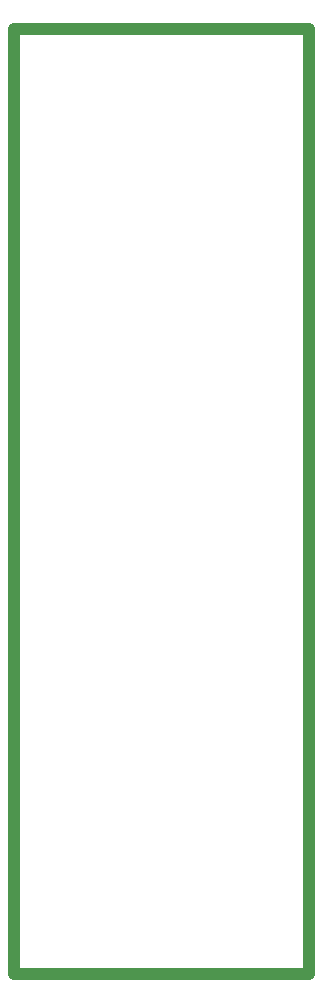
<source format=gbr>
G04 #@! TF.FileFunction,Profile,NP*
%FSLAX46Y46*%
G04 Gerber Fmt 4.6, Leading zero omitted, Abs format (unit mm)*
G04 Created by KiCad (PCBNEW 4.0.2+dfsg1-stable) date Thu 14 Apr 2016 07:39:57 AM EDT*
%MOMM*%
G01*
G04 APERTURE LIST*
%ADD10C,0.150000*%
%ADD11C,1.000000*%
G04 APERTURE END LIST*
D10*
D11*
X25000000Y-9000000D02*
X0Y-9000000D01*
X25000000Y71000000D02*
X25000000Y-9000000D01*
X0Y71000000D02*
X25000000Y71000000D01*
X0Y-9000000D02*
X0Y71000000D01*
M02*

</source>
